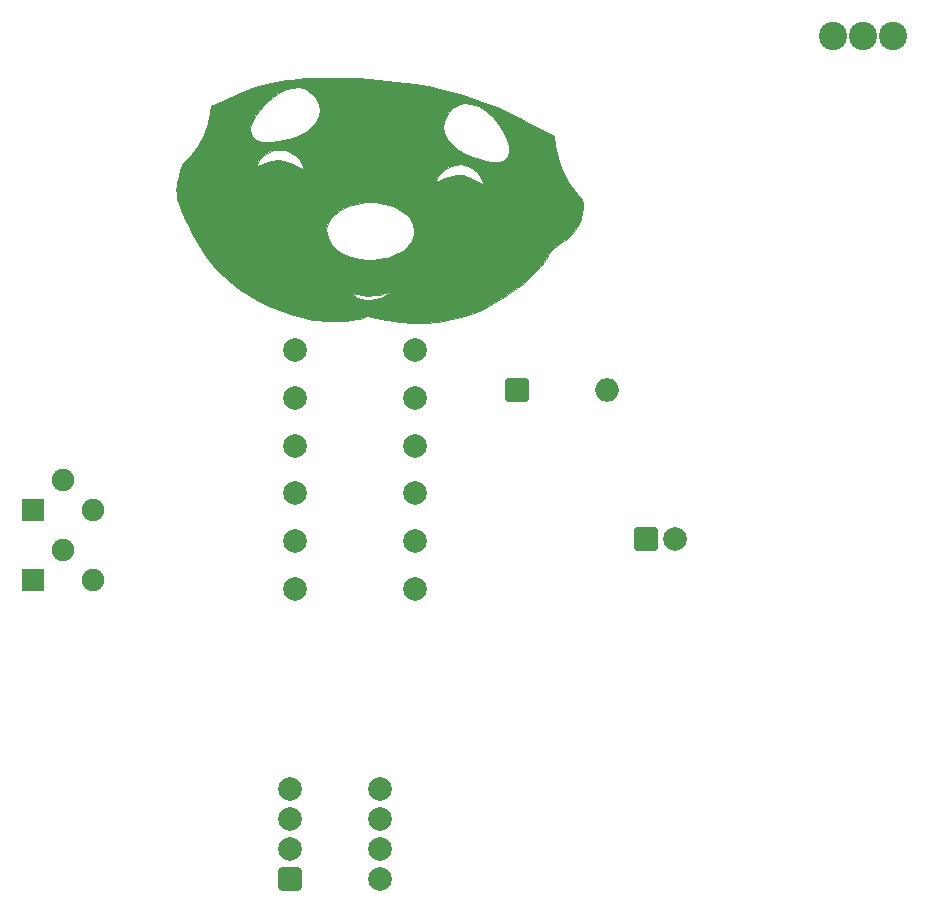
<source format=gbr>
%TF.GenerationSoftware,KiCad,Pcbnew,9.0.6*%
%TF.CreationDate,2025-12-18T17:12:23+01:00*%
%TF.ProjectId,Santa,53616e74-612e-46b6-9963-61645f706362,rev?*%
%TF.SameCoordinates,Original*%
%TF.FileFunction,Soldermask,Top*%
%TF.FilePolarity,Negative*%
%FSLAX46Y46*%
G04 Gerber Fmt 4.6, Leading zero omitted, Abs format (unit mm)*
G04 Created by KiCad (PCBNEW 9.0.6) date 2025-12-18 17:12:23*
%MOMM*%
%LPD*%
G01*
G04 APERTURE LIST*
G04 Aperture macros list*
%AMRoundRect*
0 Rectangle with rounded corners*
0 $1 Rounding radius*
0 $2 $3 $4 $5 $6 $7 $8 $9 X,Y pos of 4 corners*
0 Add a 4 corners polygon primitive as box body*
4,1,4,$2,$3,$4,$5,$6,$7,$8,$9,$2,$3,0*
0 Add four circle primitives for the rounded corners*
1,1,$1+$1,$2,$3*
1,1,$1+$1,$4,$5*
1,1,$1+$1,$6,$7*
1,1,$1+$1,$8,$9*
0 Add four rect primitives between the rounded corners*
20,1,$1+$1,$2,$3,$4,$5,0*
20,1,$1+$1,$4,$5,$6,$7,0*
20,1,$1+$1,$6,$7,$8,$9,0*
20,1,$1+$1,$8,$9,$2,$3,0*%
G04 Aperture macros list end*
%ADD10C,0.010000*%
%ADD11C,2.000000*%
%ADD12RoundRect,0.200000X-0.800000X-0.800000X0.800000X-0.800000X0.800000X0.800000X-0.800000X0.800000X0*%
%ADD13O,2.000000X2.000000*%
%ADD14RoundRect,0.312500X-0.687500X-0.687500X0.687500X-0.687500X0.687500X0.687500X-0.687500X0.687500X0*%
%ADD15C,2.400000*%
%ADD16RoundRect,0.200000X-0.900000X-0.900000X0.900000X-0.900000X0.900000X0.900000X-0.900000X0.900000X0*%
%ADD17C,2.200000*%
%ADD18RoundRect,0.200000X-0.750000X-0.750000X0.750000X-0.750000X0.750000X0.750000X-0.750000X0.750000X0*%
%ADD19C,1.900000*%
G04 APERTURE END LIST*
D10*
%TO.C,G\u002A\u002A\u002A*%
X131023744Y-60007479D02*
X132612606Y-60121376D01*
X134202456Y-60290345D01*
X135762187Y-60512484D01*
X137260689Y-60785888D01*
X137826400Y-60907033D01*
X138862411Y-61154727D01*
X139833910Y-61422682D01*
X140772409Y-61722811D01*
X141709415Y-62067027D01*
X142676438Y-62467243D01*
X143704989Y-62935373D01*
X144826576Y-63483328D01*
X145370107Y-63759161D01*
X147537482Y-64869826D01*
X147637569Y-65621564D01*
X147865146Y-66756123D01*
X148234291Y-67799073D01*
X148746573Y-68754064D01*
X149313883Y-69520884D01*
X149609962Y-69874747D01*
X149810589Y-70139808D01*
X149930534Y-70355814D01*
X149984563Y-70562513D01*
X149987447Y-70799653D01*
X149953954Y-71106982D01*
X149940548Y-71207465D01*
X149784648Y-71947684D01*
X149522098Y-72579780D01*
X149136709Y-73127758D01*
X148612293Y-73615625D01*
X148064738Y-73989136D01*
X147755721Y-74185695D01*
X147530691Y-74362388D01*
X147344781Y-74565457D01*
X147153122Y-74841145D01*
X147002620Y-75083803D01*
X146682962Y-75576732D01*
X146343274Y-76026401D01*
X145963025Y-76451855D01*
X145521681Y-76872140D01*
X144998711Y-77306304D01*
X144373583Y-77773393D01*
X143625763Y-78292454D01*
X143329733Y-78490932D01*
X142562272Y-78981397D01*
X141869751Y-79376093D01*
X141206302Y-79697907D01*
X140526059Y-79969725D01*
X140027733Y-80138563D01*
X138929979Y-80422732D01*
X137739922Y-80612826D01*
X136509469Y-80703529D01*
X135290526Y-80689523D01*
X134914749Y-80662355D01*
X134497830Y-80616820D01*
X133980577Y-80547237D01*
X133428640Y-80463053D01*
X132907673Y-80373714D01*
X132904719Y-80373172D01*
X131732007Y-80157710D01*
X131075037Y-80347463D01*
X130805545Y-80419185D01*
X130547282Y-80470558D01*
X130263687Y-80504833D01*
X129918197Y-80525259D01*
X129474252Y-80535087D01*
X128936400Y-80537565D01*
X128205088Y-80528832D01*
X127586451Y-80496750D01*
X127029897Y-80433065D01*
X126484836Y-80329521D01*
X125900679Y-80177863D01*
X125226834Y-79969834D01*
X124999400Y-79895124D01*
X123544644Y-79338343D01*
X122194712Y-78670423D01*
X121312686Y-78119555D01*
X130425172Y-78119555D01*
X130620970Y-78327972D01*
X130903338Y-78574695D01*
X131213603Y-78720343D01*
X131598912Y-78780472D01*
X131984400Y-78777889D01*
X132444589Y-78730862D01*
X132814913Y-78631094D01*
X133048051Y-78527100D01*
X133305951Y-78382343D01*
X133509821Y-78244712D01*
X133586431Y-78175962D01*
X133617678Y-78113998D01*
X133546754Y-78110961D01*
X133352112Y-78169487D01*
X133200113Y-78223220D01*
X132779967Y-78333164D01*
X132285309Y-78398188D01*
X131769628Y-78417320D01*
X131286417Y-78389589D01*
X130889166Y-78314021D01*
X130760286Y-78267549D01*
X130425172Y-78119555D01*
X121312686Y-78119555D01*
X120957240Y-77897562D01*
X119839862Y-77025960D01*
X118850214Y-76061816D01*
X117995933Y-75011329D01*
X117284654Y-73880698D01*
X117063573Y-73452173D01*
X116907896Y-73132531D01*
X116712027Y-72730298D01*
X128277954Y-72730298D01*
X128295521Y-73216101D01*
X128458245Y-73685298D01*
X128754195Y-74124477D01*
X129171435Y-74520225D01*
X129698032Y-74859131D01*
X130322054Y-75127784D01*
X131031567Y-75312770D01*
X131171778Y-75336835D01*
X131614300Y-75373576D01*
X132146215Y-75368539D01*
X132696521Y-75326284D01*
X133194215Y-75251374D01*
X133444220Y-75190829D01*
X134143288Y-74926514D01*
X134721450Y-74591992D01*
X135172782Y-74200626D01*
X135491357Y-73765782D01*
X135671248Y-73300825D01*
X135706530Y-72819118D01*
X135591276Y-72334026D01*
X135319560Y-71858913D01*
X135054277Y-71559864D01*
X134528206Y-71157608D01*
X133890073Y-70848312D01*
X133171596Y-70635483D01*
X132404490Y-70522627D01*
X131620473Y-70513251D01*
X130851259Y-70610862D01*
X130128566Y-70818968D01*
X129773807Y-70975992D01*
X129338761Y-71243666D01*
X128935675Y-71576976D01*
X128608919Y-71934531D01*
X128417479Y-72241300D01*
X128277954Y-72730298D01*
X116712027Y-72730298D01*
X116704080Y-72713979D01*
X116478100Y-72249861D01*
X116255929Y-71793519D01*
X116247222Y-71775633D01*
X115964664Y-71167103D01*
X115765601Y-70661821D01*
X115640273Y-70221693D01*
X115578921Y-69808626D01*
X115571786Y-69384525D01*
X115583337Y-69184219D01*
X115644044Y-68731452D01*
X115663805Y-68644665D01*
X137551443Y-68644665D01*
X137566139Y-68719431D01*
X137691829Y-68699978D01*
X137931431Y-68599895D01*
X137937637Y-68597058D01*
X138270725Y-68463013D01*
X138665024Y-68329916D01*
X138923771Y-68256076D01*
X139398855Y-68176207D01*
X139842630Y-68200990D01*
X140297480Y-68339232D01*
X140805785Y-68599740D01*
X140925108Y-68671929D01*
X141197561Y-68830207D01*
X141410041Y-68934546D01*
X141527229Y-68968278D01*
X141538789Y-68961552D01*
X141519692Y-68853191D01*
X141440449Y-68643527D01*
X141339046Y-68421634D01*
X141030231Y-67963918D01*
X140627437Y-67623565D01*
X140159243Y-67402729D01*
X139654228Y-67303566D01*
X139140973Y-67328228D01*
X138648057Y-67478872D01*
X138204060Y-67757651D01*
X137843355Y-68158119D01*
X137644821Y-68462091D01*
X137551443Y-68644665D01*
X115663805Y-68644665D01*
X115752323Y-68255919D01*
X115894631Y-67796330D01*
X116045853Y-67420172D01*
X122353040Y-67420172D01*
X122360047Y-67428836D01*
X122457300Y-67423549D01*
X122664329Y-67361410D01*
X122936821Y-67255781D01*
X122944028Y-67252725D01*
X123578644Y-67028349D01*
X124144408Y-66936573D01*
X124680607Y-66979690D01*
X125226525Y-67159992D01*
X125713206Y-67414311D01*
X126000831Y-67583641D01*
X126225881Y-67714331D01*
X126354339Y-67786708D01*
X126371477Y-67795009D01*
X126356826Y-67724681D01*
X126299650Y-67545468D01*
X126263983Y-67442281D01*
X125993968Y-66911156D01*
X125593855Y-66487055D01*
X125314031Y-66295354D01*
X124871705Y-66119703D01*
X124363910Y-66050492D01*
X123854159Y-66089353D01*
X123405965Y-66237921D01*
X123390733Y-66245894D01*
X123144689Y-66408124D01*
X122891463Y-66625546D01*
X122658370Y-66866812D01*
X122472726Y-67100571D01*
X122361844Y-67295475D01*
X122353040Y-67420172D01*
X116045853Y-67420172D01*
X116057423Y-67391393D01*
X116227154Y-67079819D01*
X116380021Y-66907300D01*
X116929942Y-66415298D01*
X117413480Y-65775420D01*
X117825431Y-64997685D01*
X118079725Y-64310600D01*
X121828828Y-64310600D01*
X121877309Y-64706055D01*
X122034033Y-64984443D01*
X122249427Y-65182483D01*
X122488331Y-65323573D01*
X122529920Y-65338674D01*
X122802613Y-65383414D01*
X123195065Y-65396499D01*
X123661274Y-65380886D01*
X124155239Y-65339529D01*
X124630959Y-65275385D01*
X125042435Y-65191407D01*
X125111891Y-65172797D01*
X125897861Y-64897713D01*
X126550969Y-64555644D01*
X127058548Y-64157618D01*
X138163079Y-64157618D01*
X138256493Y-64660979D01*
X138493222Y-65146847D01*
X138864757Y-65605092D01*
X139362589Y-66025588D01*
X139978209Y-66398205D01*
X140703109Y-66712816D01*
X141528779Y-66959292D01*
X141678733Y-66993728D01*
X142322514Y-67095939D01*
X142841955Y-67090943D01*
X143194387Y-67000910D01*
X143487971Y-66824966D01*
X143665446Y-66574681D01*
X143744680Y-66218131D01*
X143753067Y-66002922D01*
X143739570Y-65733143D01*
X143688076Y-65485562D01*
X143582074Y-65206180D01*
X143405057Y-64840997D01*
X143387211Y-64806221D01*
X142901797Y-63973084D01*
X142381167Y-63297302D01*
X141816050Y-62768899D01*
X141197172Y-62377894D01*
X141077047Y-62320280D01*
X140512694Y-62147584D01*
X139952067Y-62135014D01*
X139420402Y-62274737D01*
X138942933Y-62558916D01*
X138544898Y-62979718D01*
X138440233Y-63138928D01*
X138221490Y-63646892D01*
X138163079Y-64157618D01*
X127058548Y-64157618D01*
X127064529Y-64152928D01*
X127431853Y-63695904D01*
X127646255Y-63190910D01*
X127703175Y-62716300D01*
X127619078Y-62204366D01*
X127396186Y-61719271D01*
X127062077Y-61299148D01*
X126644327Y-60982128D01*
X126356758Y-60854522D01*
X125905427Y-60776629D01*
X125383139Y-60799941D01*
X124849554Y-60917899D01*
X124487194Y-61060002D01*
X124157106Y-61262855D01*
X123765146Y-61571608D01*
X123345458Y-61952679D01*
X122932187Y-62372487D01*
X122559477Y-62797453D01*
X122261472Y-63193994D01*
X122169419Y-63339531D01*
X121926483Y-63851622D01*
X121828828Y-64310600D01*
X118079725Y-64310600D01*
X118160590Y-64092111D01*
X118413752Y-63068717D01*
X118436540Y-62948460D01*
X118541828Y-62376287D01*
X119653947Y-61832879D01*
X120962973Y-61247719D01*
X122250280Y-60788896D01*
X123569901Y-60440217D01*
X124975871Y-60185490D01*
X125300357Y-60140683D01*
X126574178Y-60015257D01*
X127973422Y-59952517D01*
X129466980Y-59950558D01*
X131023744Y-60007479D01*
G36*
X131023744Y-60007479D02*
G01*
X132612606Y-60121376D01*
X134202456Y-60290345D01*
X135762187Y-60512484D01*
X137260689Y-60785888D01*
X137826400Y-60907033D01*
X138862411Y-61154727D01*
X139833910Y-61422682D01*
X140772409Y-61722811D01*
X141709415Y-62067027D01*
X142676438Y-62467243D01*
X143704989Y-62935373D01*
X144826576Y-63483328D01*
X145370107Y-63759161D01*
X147537482Y-64869826D01*
X147637569Y-65621564D01*
X147865146Y-66756123D01*
X148234291Y-67799073D01*
X148746573Y-68754064D01*
X149313883Y-69520884D01*
X149609962Y-69874747D01*
X149810589Y-70139808D01*
X149930534Y-70355814D01*
X149984563Y-70562513D01*
X149987447Y-70799653D01*
X149953954Y-71106982D01*
X149940548Y-71207465D01*
X149784648Y-71947684D01*
X149522098Y-72579780D01*
X149136709Y-73127758D01*
X148612293Y-73615625D01*
X148064738Y-73989136D01*
X147755721Y-74185695D01*
X147530691Y-74362388D01*
X147344781Y-74565457D01*
X147153122Y-74841145D01*
X147002620Y-75083803D01*
X146682962Y-75576732D01*
X146343274Y-76026401D01*
X145963025Y-76451855D01*
X145521681Y-76872140D01*
X144998711Y-77306304D01*
X144373583Y-77773393D01*
X143625763Y-78292454D01*
X143329733Y-78490932D01*
X142562272Y-78981397D01*
X141869751Y-79376093D01*
X141206302Y-79697907D01*
X140526059Y-79969725D01*
X140027733Y-80138563D01*
X138929979Y-80422732D01*
X137739922Y-80612826D01*
X136509469Y-80703529D01*
X135290526Y-80689523D01*
X134914749Y-80662355D01*
X134497830Y-80616820D01*
X133980577Y-80547237D01*
X133428640Y-80463053D01*
X132907673Y-80373714D01*
X132904719Y-80373172D01*
X131732007Y-80157710D01*
X131075037Y-80347463D01*
X130805545Y-80419185D01*
X130547282Y-80470558D01*
X130263687Y-80504833D01*
X129918197Y-80525259D01*
X129474252Y-80535087D01*
X128936400Y-80537565D01*
X128205088Y-80528832D01*
X127586451Y-80496750D01*
X127029897Y-80433065D01*
X126484836Y-80329521D01*
X125900679Y-80177863D01*
X125226834Y-79969834D01*
X124999400Y-79895124D01*
X123544644Y-79338343D01*
X122194712Y-78670423D01*
X121312686Y-78119555D01*
X130425172Y-78119555D01*
X130620970Y-78327972D01*
X130903338Y-78574695D01*
X131213603Y-78720343D01*
X131598912Y-78780472D01*
X131984400Y-78777889D01*
X132444589Y-78730862D01*
X132814913Y-78631094D01*
X133048051Y-78527100D01*
X133305951Y-78382343D01*
X133509821Y-78244712D01*
X133586431Y-78175962D01*
X133617678Y-78113998D01*
X133546754Y-78110961D01*
X133352112Y-78169487D01*
X133200113Y-78223220D01*
X132779967Y-78333164D01*
X132285309Y-78398188D01*
X131769628Y-78417320D01*
X131286417Y-78389589D01*
X130889166Y-78314021D01*
X130760286Y-78267549D01*
X130425172Y-78119555D01*
X121312686Y-78119555D01*
X120957240Y-77897562D01*
X119839862Y-77025960D01*
X118850214Y-76061816D01*
X117995933Y-75011329D01*
X117284654Y-73880698D01*
X117063573Y-73452173D01*
X116907896Y-73132531D01*
X116712027Y-72730298D01*
X128277954Y-72730298D01*
X128295521Y-73216101D01*
X128458245Y-73685298D01*
X128754195Y-74124477D01*
X129171435Y-74520225D01*
X129698032Y-74859131D01*
X130322054Y-75127784D01*
X131031567Y-75312770D01*
X131171778Y-75336835D01*
X131614300Y-75373576D01*
X132146215Y-75368539D01*
X132696521Y-75326284D01*
X133194215Y-75251374D01*
X133444220Y-75190829D01*
X134143288Y-74926514D01*
X134721450Y-74591992D01*
X135172782Y-74200626D01*
X135491357Y-73765782D01*
X135671248Y-73300825D01*
X135706530Y-72819118D01*
X135591276Y-72334026D01*
X135319560Y-71858913D01*
X135054277Y-71559864D01*
X134528206Y-71157608D01*
X133890073Y-70848312D01*
X133171596Y-70635483D01*
X132404490Y-70522627D01*
X131620473Y-70513251D01*
X130851259Y-70610862D01*
X130128566Y-70818968D01*
X129773807Y-70975992D01*
X129338761Y-71243666D01*
X128935675Y-71576976D01*
X128608919Y-71934531D01*
X128417479Y-72241300D01*
X128277954Y-72730298D01*
X116712027Y-72730298D01*
X116704080Y-72713979D01*
X116478100Y-72249861D01*
X116255929Y-71793519D01*
X116247222Y-71775633D01*
X115964664Y-71167103D01*
X115765601Y-70661821D01*
X115640273Y-70221693D01*
X115578921Y-69808626D01*
X115571786Y-69384525D01*
X115583337Y-69184219D01*
X115644044Y-68731452D01*
X115663805Y-68644665D01*
X137551443Y-68644665D01*
X137566139Y-68719431D01*
X137691829Y-68699978D01*
X137931431Y-68599895D01*
X137937637Y-68597058D01*
X138270725Y-68463013D01*
X138665024Y-68329916D01*
X138923771Y-68256076D01*
X139398855Y-68176207D01*
X139842630Y-68200990D01*
X140297480Y-68339232D01*
X140805785Y-68599740D01*
X140925108Y-68671929D01*
X141197561Y-68830207D01*
X141410041Y-68934546D01*
X141527229Y-68968278D01*
X141538789Y-68961552D01*
X141519692Y-68853191D01*
X141440449Y-68643527D01*
X141339046Y-68421634D01*
X141030231Y-67963918D01*
X140627437Y-67623565D01*
X140159243Y-67402729D01*
X139654228Y-67303566D01*
X139140973Y-67328228D01*
X138648057Y-67478872D01*
X138204060Y-67757651D01*
X137843355Y-68158119D01*
X137644821Y-68462091D01*
X137551443Y-68644665D01*
X115663805Y-68644665D01*
X115752323Y-68255919D01*
X115894631Y-67796330D01*
X116045853Y-67420172D01*
X122353040Y-67420172D01*
X122360047Y-67428836D01*
X122457300Y-67423549D01*
X122664329Y-67361410D01*
X122936821Y-67255781D01*
X122944028Y-67252725D01*
X123578644Y-67028349D01*
X124144408Y-66936573D01*
X124680607Y-66979690D01*
X125226525Y-67159992D01*
X125713206Y-67414311D01*
X126000831Y-67583641D01*
X126225881Y-67714331D01*
X126354339Y-67786708D01*
X126371477Y-67795009D01*
X126356826Y-67724681D01*
X126299650Y-67545468D01*
X126263983Y-67442281D01*
X125993968Y-66911156D01*
X125593855Y-66487055D01*
X125314031Y-66295354D01*
X124871705Y-66119703D01*
X124363910Y-66050492D01*
X123854159Y-66089353D01*
X123405965Y-66237921D01*
X123390733Y-66245894D01*
X123144689Y-66408124D01*
X122891463Y-66625546D01*
X122658370Y-66866812D01*
X122472726Y-67100571D01*
X122361844Y-67295475D01*
X122353040Y-67420172D01*
X116045853Y-67420172D01*
X116057423Y-67391393D01*
X116227154Y-67079819D01*
X116380021Y-66907300D01*
X116929942Y-66415298D01*
X117413480Y-65775420D01*
X117825431Y-64997685D01*
X118079725Y-64310600D01*
X121828828Y-64310600D01*
X121877309Y-64706055D01*
X122034033Y-64984443D01*
X122249427Y-65182483D01*
X122488331Y-65323573D01*
X122529920Y-65338674D01*
X122802613Y-65383414D01*
X123195065Y-65396499D01*
X123661274Y-65380886D01*
X124155239Y-65339529D01*
X124630959Y-65275385D01*
X125042435Y-65191407D01*
X125111891Y-65172797D01*
X125897861Y-64897713D01*
X126550969Y-64555644D01*
X127058548Y-64157618D01*
X138163079Y-64157618D01*
X138256493Y-64660979D01*
X138493222Y-65146847D01*
X138864757Y-65605092D01*
X139362589Y-66025588D01*
X139978209Y-66398205D01*
X140703109Y-66712816D01*
X141528779Y-66959292D01*
X141678733Y-66993728D01*
X142322514Y-67095939D01*
X142841955Y-67090943D01*
X143194387Y-67000910D01*
X143487971Y-66824966D01*
X143665446Y-66574681D01*
X143744680Y-66218131D01*
X143753067Y-66002922D01*
X143739570Y-65733143D01*
X143688076Y-65485562D01*
X143582074Y-65206180D01*
X143405057Y-64840997D01*
X143387211Y-64806221D01*
X142901797Y-63973084D01*
X142381167Y-63297302D01*
X141816050Y-62768899D01*
X141197172Y-62377894D01*
X141077047Y-62320280D01*
X140512694Y-62147584D01*
X139952067Y-62135014D01*
X139420402Y-62274737D01*
X138942933Y-62558916D01*
X138544898Y-62979718D01*
X138440233Y-63138928D01*
X138221490Y-63646892D01*
X138163079Y-64157618D01*
X127058548Y-64157618D01*
X127064529Y-64152928D01*
X127431853Y-63695904D01*
X127646255Y-63190910D01*
X127703175Y-62716300D01*
X127619078Y-62204366D01*
X127396186Y-61719271D01*
X127062077Y-61299148D01*
X126644327Y-60982128D01*
X126356758Y-60854522D01*
X125905427Y-60776629D01*
X125383139Y-60799941D01*
X124849554Y-60917899D01*
X124487194Y-61060002D01*
X124157106Y-61262855D01*
X123765146Y-61571608D01*
X123345458Y-61952679D01*
X122932187Y-62372487D01*
X122559477Y-62797453D01*
X122261472Y-63193994D01*
X122169419Y-63339531D01*
X121926483Y-63851622D01*
X121828828Y-64310600D01*
X118079725Y-64310600D01*
X118160590Y-64092111D01*
X118413752Y-63068717D01*
X118436540Y-62948460D01*
X118541828Y-62376287D01*
X119653947Y-61832879D01*
X120962973Y-61247719D01*
X122250280Y-60788896D01*
X123569901Y-60440217D01*
X124975871Y-60185490D01*
X125300357Y-60140683D01*
X126574178Y-60015257D01*
X127973422Y-59952517D01*
X129466980Y-59950558D01*
X131023744Y-60007479D01*
G37*
%TD*%
D11*
%TO.C,R3*%
X135760000Y-103250000D03*
X125600000Y-103250000D03*
%TD*%
%TO.C,R6*%
X135760000Y-91100000D03*
X125600000Y-91100000D03*
%TD*%
%TO.C,R5*%
X135760000Y-95150000D03*
X125600000Y-95150000D03*
%TD*%
%TO.C,C1*%
X157800000Y-99000000D03*
D12*
X155300000Y-99000000D03*
%TD*%
D13*
%TO.C,D3*%
X152020000Y-86400000D03*
D12*
X144400000Y-86400000D03*
%TD*%
D11*
%TO.C,R8*%
X135760000Y-83000000D03*
X125600000Y-83000000D03*
%TD*%
%TO.C,R4*%
X135760000Y-99200000D03*
X125600000Y-99200000D03*
%TD*%
%TO.C,U1*%
X132830000Y-127840000D03*
X132830000Y-125300000D03*
X132830000Y-122760000D03*
X132830000Y-120220000D03*
X125210000Y-120220000D03*
X125210000Y-122760000D03*
X125210000Y-125300000D03*
D14*
X125210000Y-127840000D03*
%TD*%
D11*
%TO.C,R7*%
X135760000Y-87050000D03*
X125600000Y-87050000D03*
%TD*%
D15*
%TO.C,S1*%
X176280000Y-56400000D03*
X173740000Y-56400000D03*
X171200000Y-56400000D03*
%TD*%
D16*
%TO.C,D1*%
X138200000Y-70600000D03*
D17*
X140740000Y-70600000D03*
%TD*%
D16*
%TO.C,D2*%
X122800000Y-69400000D03*
D17*
X125340000Y-69400000D03*
%TD*%
D18*
%TO.C,T2*%
X103460000Y-102482385D03*
D19*
X106000000Y-99942385D03*
X108540000Y-102482385D03*
%TD*%
D18*
%TO.C,T1*%
X103460000Y-96540000D03*
D19*
X106000000Y-94000000D03*
X108540000Y-96540000D03*
%TD*%
M02*

</source>
